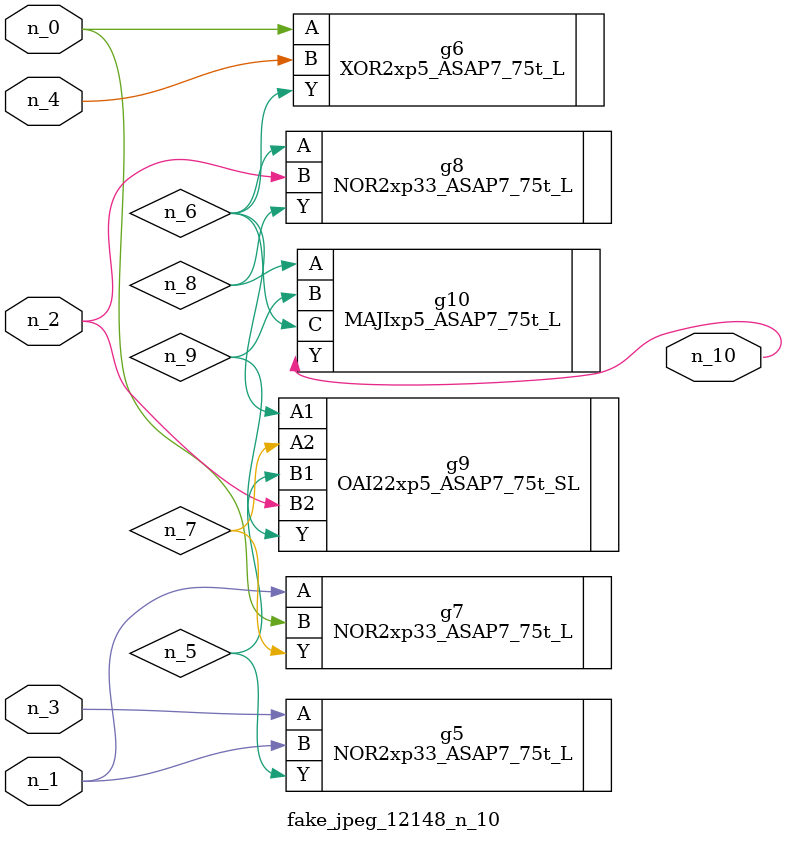
<source format=v>
module fake_jpeg_12148_n_10 (n_3, n_2, n_1, n_0, n_4, n_10);

input n_3;
input n_2;
input n_1;
input n_0;
input n_4;

output n_10;

wire n_8;
wire n_9;
wire n_6;
wire n_5;
wire n_7;

NOR2xp33_ASAP7_75t_L g5 ( 
.A(n_3),
.B(n_1),
.Y(n_5)
);

XOR2xp5_ASAP7_75t_L g6 ( 
.A(n_0),
.B(n_4),
.Y(n_6)
);

NOR2xp33_ASAP7_75t_L g7 ( 
.A(n_1),
.B(n_0),
.Y(n_7)
);

NOR2xp33_ASAP7_75t_L g8 ( 
.A(n_6),
.B(n_2),
.Y(n_8)
);

MAJIxp5_ASAP7_75t_L g10 ( 
.A(n_8),
.B(n_9),
.C(n_6),
.Y(n_10)
);

OAI22xp5_ASAP7_75t_SL g9 ( 
.A1(n_6),
.A2(n_7),
.B1(n_5),
.B2(n_2),
.Y(n_9)
);


endmodule
</source>
